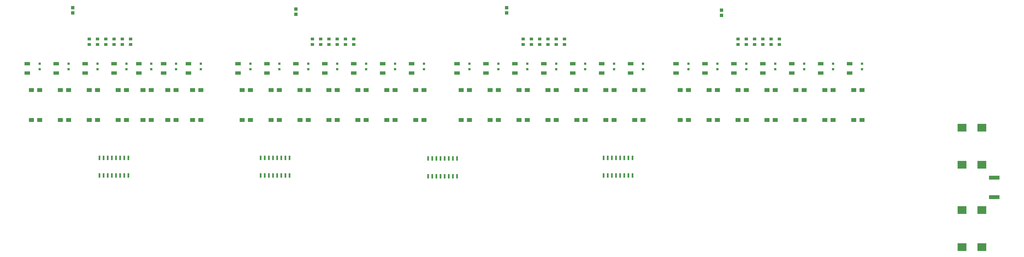
<source format=gtp>
G04*
G04 #@! TF.GenerationSoftware,Altium Limited,Altium Designer,22.7.1 (60)*
G04*
G04 Layer_Color=8421504*
%FSLAX44Y44*%
%MOMM*%
G71*
G04*
G04 #@! TF.SameCoordinates,CA18EF67-D3C3-4F87-89B0-68471F1DA954*
G04*
G04*
G04 #@! TF.FilePolarity,Positive*
G04*
G01*
G75*
%ADD18R,1.0000X0.9000*%
%ADD19R,1.0000X1.0000*%
%ADD20R,1.7526X1.0160*%
%ADD21R,0.8000X0.6556*%
%ADD22R,1.5000X1.3000*%
%ADD23R,0.5334X1.4605*%
%ADD24R,2.8000X2.4000*%
%ADD25R,3.3020X1.2192*%
D18*
X1739900Y4199400D02*
D03*
Y4216400D02*
D03*
X1714500Y4199400D02*
D03*
Y4216400D02*
D03*
X1689100Y4199400D02*
D03*
Y4216400D02*
D03*
X1663700Y4199400D02*
D03*
Y4216400D02*
D03*
X1638300Y4199400D02*
D03*
Y4216400D02*
D03*
X1612900Y4199400D02*
D03*
Y4216400D02*
D03*
X2374900Y4199400D02*
D03*
Y4216400D02*
D03*
X2400300Y4199400D02*
D03*
Y4216400D02*
D03*
X990600Y4199400D02*
D03*
Y4216400D02*
D03*
X965200Y4199400D02*
D03*
Y4216400D02*
D03*
X1092200Y4199400D02*
D03*
Y4216400D02*
D03*
X2349500D02*
D03*
Y4199400D02*
D03*
X355600Y4216400D02*
D03*
Y4199400D02*
D03*
X2273300D02*
D03*
Y4216400D02*
D03*
X2298700Y4199400D02*
D03*
Y4216400D02*
D03*
X2324100Y4199400D02*
D03*
Y4216400D02*
D03*
X1016000Y4199400D02*
D03*
Y4216400D02*
D03*
X1041400Y4199400D02*
D03*
Y4216400D02*
D03*
X1066800Y4199400D02*
D03*
Y4216400D02*
D03*
X381000Y4199400D02*
D03*
Y4216400D02*
D03*
X406400Y4199400D02*
D03*
Y4216400D02*
D03*
X279400Y4199400D02*
D03*
Y4216400D02*
D03*
X304800Y4199400D02*
D03*
Y4216400D02*
D03*
X330200Y4199400D02*
D03*
Y4216400D02*
D03*
D19*
X2222500Y4305300D02*
D03*
Y4289300D02*
D03*
X1562100Y4313300D02*
D03*
Y4297300D02*
D03*
X914400Y4308600D02*
D03*
Y4292600D02*
D03*
X228600Y4313300D02*
D03*
Y4297300D02*
D03*
D20*
X2438400Y4140200D02*
D03*
Y4111752D02*
D03*
X1270000D02*
D03*
Y4140200D02*
D03*
X584200Y4111752D02*
D03*
Y4140200D02*
D03*
X1181100Y4111752D02*
D03*
Y4140200D02*
D03*
X508000Y4111752D02*
D03*
Y4140200D02*
D03*
X1092200Y4111752D02*
D03*
Y4140200D02*
D03*
X431800Y4111752D02*
D03*
Y4140200D02*
D03*
X1003300Y4111752D02*
D03*
Y4140200D02*
D03*
X355600Y4111752D02*
D03*
Y4140200D02*
D03*
X914400Y4111752D02*
D03*
Y4140200D02*
D03*
X266700Y4111752D02*
D03*
Y4140200D02*
D03*
X825500Y4111752D02*
D03*
Y4140200D02*
D03*
X177800Y4111752D02*
D03*
Y4140200D02*
D03*
X736600Y4111752D02*
D03*
Y4140200D02*
D03*
X88900Y4111752D02*
D03*
Y4140200D02*
D03*
X2616200Y4111752D02*
D03*
Y4140200D02*
D03*
X1943100Y4111752D02*
D03*
Y4140200D02*
D03*
X2527300Y4111752D02*
D03*
Y4140200D02*
D03*
X1854200Y4111752D02*
D03*
Y4140200D02*
D03*
X1765300Y4111752D02*
D03*
Y4140200D02*
D03*
X2349500Y4111752D02*
D03*
Y4140200D02*
D03*
X1676400Y4111752D02*
D03*
Y4140200D02*
D03*
X2260600Y4111752D02*
D03*
Y4140200D02*
D03*
X1587500Y4111752D02*
D03*
Y4140200D02*
D03*
X2171700Y4111752D02*
D03*
Y4140200D02*
D03*
X1498600Y4111752D02*
D03*
Y4140200D02*
D03*
X2082800Y4111752D02*
D03*
Y4140200D02*
D03*
X1409700Y4111752D02*
D03*
Y4140200D02*
D03*
D21*
X393700Y4123644D02*
D03*
Y4140200D02*
D03*
X469900Y4123644D02*
D03*
Y4140200D02*
D03*
X546100Y4123644D02*
D03*
Y4140200D02*
D03*
X1892300Y4123644D02*
D03*
Y4140200D02*
D03*
X1803400Y4123644D02*
D03*
Y4140200D02*
D03*
X1714500Y4123644D02*
D03*
Y4140200D02*
D03*
X1625600Y4123644D02*
D03*
Y4140200D02*
D03*
X1536700Y4123644D02*
D03*
Y4140200D02*
D03*
X1447800Y4123644D02*
D03*
Y4140200D02*
D03*
X1308100D02*
D03*
Y4123644D02*
D03*
X622300Y4140200D02*
D03*
Y4123644D02*
D03*
X1219200Y4140200D02*
D03*
Y4123644D02*
D03*
X1130300Y4140200D02*
D03*
Y4123644D02*
D03*
X1041400Y4140200D02*
D03*
Y4123644D02*
D03*
X952500Y4140200D02*
D03*
Y4123644D02*
D03*
X304800Y4140200D02*
D03*
Y4123644D02*
D03*
X863600Y4140200D02*
D03*
Y4123644D02*
D03*
X215900Y4140200D02*
D03*
Y4123644D02*
D03*
X774700Y4140200D02*
D03*
Y4123644D02*
D03*
X127000Y4140200D02*
D03*
Y4123644D02*
D03*
X2654300Y4140200D02*
D03*
Y4123644D02*
D03*
X1981200Y4140200D02*
D03*
Y4123644D02*
D03*
X2565400Y4140200D02*
D03*
Y4123644D02*
D03*
X2476500Y4140200D02*
D03*
Y4123644D02*
D03*
X2387600Y4140200D02*
D03*
Y4123644D02*
D03*
X2298700Y4140200D02*
D03*
Y4123644D02*
D03*
X2209800Y4140200D02*
D03*
Y4123644D02*
D03*
X2120900Y4140200D02*
D03*
Y4123644D02*
D03*
D22*
X127000Y4059200D02*
D03*
X101600D02*
D03*
Y3967200D02*
D03*
X127000D02*
D03*
X215900Y4059200D02*
D03*
X190500D02*
D03*
Y3967200D02*
D03*
X215900D02*
D03*
X304800Y4059200D02*
D03*
X279400D02*
D03*
Y3967200D02*
D03*
X304800D02*
D03*
X393700Y4059200D02*
D03*
X368300D02*
D03*
Y3967200D02*
D03*
X393700D02*
D03*
X546100Y4059200D02*
D03*
X520700D02*
D03*
Y3967200D02*
D03*
X546100D02*
D03*
X622300Y4059200D02*
D03*
X596900D02*
D03*
Y3967200D02*
D03*
X622300D02*
D03*
X469900Y4059200D02*
D03*
X444500D02*
D03*
Y3967200D02*
D03*
X469900D02*
D03*
X774700Y4059200D02*
D03*
X749300D02*
D03*
Y3967200D02*
D03*
X774700D02*
D03*
X863600Y4059200D02*
D03*
X838200D02*
D03*
Y3967200D02*
D03*
X863600D02*
D03*
X952500Y4059200D02*
D03*
X927100D02*
D03*
Y3967200D02*
D03*
X952500D02*
D03*
X1041400Y4059200D02*
D03*
X1016000D02*
D03*
Y3967200D02*
D03*
X1041400D02*
D03*
X1130300Y4059200D02*
D03*
X1104900D02*
D03*
Y3967200D02*
D03*
X1130300D02*
D03*
X1219200Y4059200D02*
D03*
X1193800D02*
D03*
Y3967200D02*
D03*
X1219200D02*
D03*
X1308100Y4059200D02*
D03*
X1282700D02*
D03*
Y3967200D02*
D03*
X1308100D02*
D03*
X1447800Y4059200D02*
D03*
X1422400D02*
D03*
Y3967200D02*
D03*
X1447800D02*
D03*
X1536700Y4059200D02*
D03*
X1511300D02*
D03*
Y3967200D02*
D03*
X1536700D02*
D03*
X1625600Y4059200D02*
D03*
X1600200D02*
D03*
Y3967200D02*
D03*
X1625600D02*
D03*
X1714500Y4059200D02*
D03*
X1689100D02*
D03*
Y3967200D02*
D03*
X1714500D02*
D03*
X1803400Y4059200D02*
D03*
X1778000D02*
D03*
Y3967200D02*
D03*
X1803400D02*
D03*
X1892300Y4059200D02*
D03*
X1866900D02*
D03*
Y3967200D02*
D03*
X1892300D02*
D03*
X1981200Y4059200D02*
D03*
X1955800D02*
D03*
Y3967200D02*
D03*
X1981200D02*
D03*
X2120900Y4059200D02*
D03*
X2095500D02*
D03*
Y3967200D02*
D03*
X2120900D02*
D03*
X2209800Y4059200D02*
D03*
X2184400D02*
D03*
Y3967200D02*
D03*
X2209800D02*
D03*
X2298700Y4059200D02*
D03*
X2273300D02*
D03*
Y3967200D02*
D03*
X2298700D02*
D03*
X2387600Y4059200D02*
D03*
X2362200D02*
D03*
Y3967200D02*
D03*
X2387600D02*
D03*
X2476500Y4059200D02*
D03*
X2451100D02*
D03*
Y3967200D02*
D03*
X2476500D02*
D03*
X2565400Y4059200D02*
D03*
X2540000D02*
D03*
Y3967200D02*
D03*
X2565400D02*
D03*
X2654300Y4059200D02*
D03*
X2628900D02*
D03*
Y3967200D02*
D03*
X2654300D02*
D03*
D23*
X1949450Y3795458D02*
D03*
X1936750D02*
D03*
X1924050D02*
D03*
X1911350D02*
D03*
X1898650D02*
D03*
X1885950D02*
D03*
X1873250D02*
D03*
X1860550D02*
D03*
Y3849941D02*
D03*
X1873250D02*
D03*
X1885950D02*
D03*
X1898650D02*
D03*
X1911350D02*
D03*
X1924050D02*
D03*
X1936750D02*
D03*
X1949450D02*
D03*
X1409700Y3848100D02*
D03*
X1397000D02*
D03*
X1384300D02*
D03*
X1371600D02*
D03*
X1358900D02*
D03*
X1346200D02*
D03*
X1333500D02*
D03*
X1320800D02*
D03*
Y3793617D02*
D03*
X1333500D02*
D03*
X1346200D02*
D03*
X1358900D02*
D03*
X1371600D02*
D03*
X1384300D02*
D03*
X1397000D02*
D03*
X1409700D02*
D03*
X895350Y3849941D02*
D03*
X882650D02*
D03*
X869950D02*
D03*
X857250D02*
D03*
X844550D02*
D03*
X831850D02*
D03*
X819150D02*
D03*
X806450D02*
D03*
Y3795458D02*
D03*
X819150D02*
D03*
X831850D02*
D03*
X844550D02*
D03*
X857250D02*
D03*
X869950D02*
D03*
X882650D02*
D03*
X895350D02*
D03*
X400050D02*
D03*
X387350D02*
D03*
X374650D02*
D03*
X361950D02*
D03*
X349250D02*
D03*
X336550D02*
D03*
X323850D02*
D03*
X311150D02*
D03*
Y3849941D02*
D03*
X323850D02*
D03*
X336550D02*
D03*
X349250D02*
D03*
X361950D02*
D03*
X374650D02*
D03*
X387350D02*
D03*
X400050D02*
D03*
D24*
X3022600Y3575200D02*
D03*
X2961600D02*
D03*
X3022600Y3689200D02*
D03*
X2961600D02*
D03*
X3022600Y3829200D02*
D03*
X2961600D02*
D03*
X3022600Y3943200D02*
D03*
X2961600D02*
D03*
D25*
X3060700Y3789172D02*
D03*
Y3729228D02*
D03*
M02*

</source>
